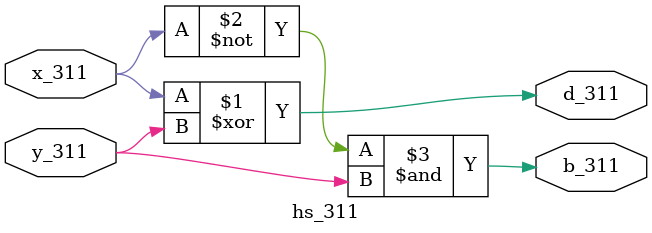
<source format=v>
`timescale 1ns / 1ps
module hs_311(
    input x_311,
    input y_311,
    output d_311,
    output b_311
    );
    assign d_311= x_311 ^ y_311;
    assign b_311= (~x_311)& y_311;

endmodule

</source>
